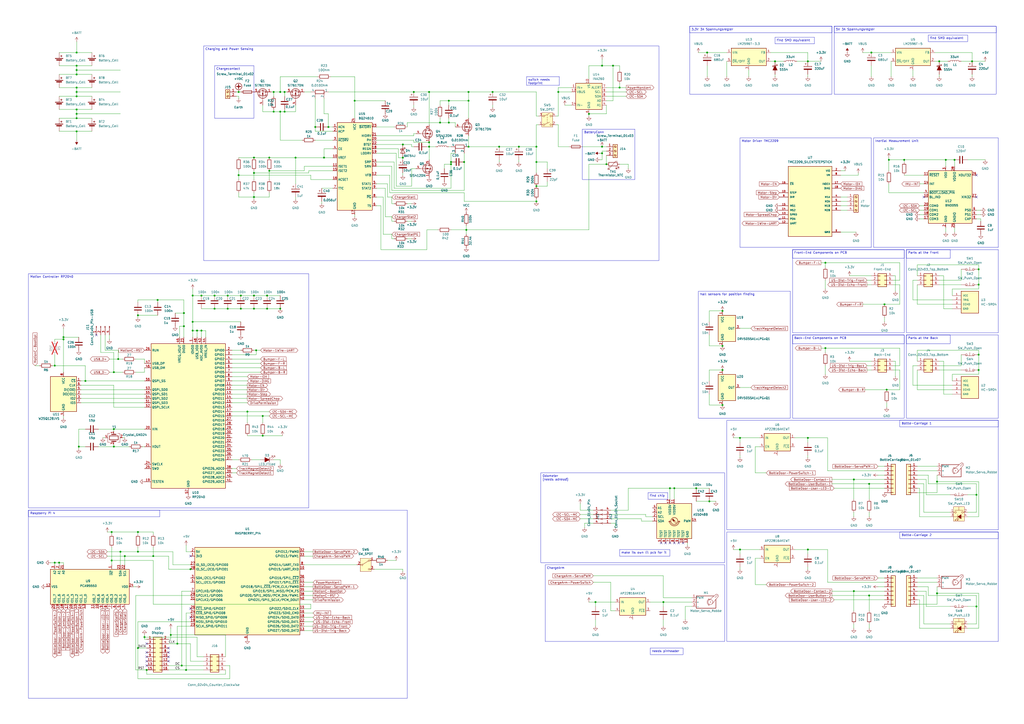
<source format=kicad_sch>
(kicad_sch
	(version 20231120)
	(generator "eeschema")
	(generator_version "8.0")
	(uuid "10e9ed1f-81fe-4a04-a219-cef72219a4ee")
	(paper "A2")
	
	(junction
		(at 429.26 318.77)
		(diameter 0)
		(color 0 0 0 0)
		(uuid "03268f60-248c-430f-9a48-def6cb6c976e")
	)
	(junction
		(at 148.59 203.2)
		(diameter 0)
		(color 0 0 0 0)
		(uuid "04234bed-4ba9-40ef-ac16-7d8ec800186b")
	)
	(junction
		(at 410.21 30.48)
		(diameter 0)
		(color 0 0 0 0)
		(uuid "06870aa4-4c9b-477d-9f05-4ca4de8f6a4d")
	)
	(junction
		(at 147.32 91.44)
		(diameter 0)
		(color 0 0 0 0)
		(uuid "078e93f4-ef9b-4a26-8fc8-7cb6440c9d83")
	)
	(junction
		(at 44.45 50.8)
		(diameter 0)
		(color 0 0 0 0)
		(uuid "083aae67-81c3-4ec2-bf4a-336ec22f72e9")
	)
	(junction
		(at 567.69 156.21)
		(diameter 0)
		(color 0 0 0 0)
		(uuid "0a9bdb1e-9b3a-41f4-835f-eeec191ae320")
	)
	(junction
		(at 138.43 53.34)
		(diameter 0)
		(color 0 0 0 0)
		(uuid "0c36acff-a6fa-4aad-8de9-5a58c137780b")
	)
	(junction
		(at 205.74 58.42)
		(diameter 0)
		(color 0 0 0 0)
		(uuid "0fa84823-55a1-466b-9cc3-bd54f6acb385")
	)
	(junction
		(at 514.35 226.06)
		(diameter 0)
		(color 0 0 0 0)
		(uuid "1164d9f6-d69f-4765-bfe4-5ec41bb5ffc7")
	)
	(junction
		(at 270.51 133.35)
		(diameter 0)
		(color 0 0 0 0)
		(uuid "1591bc0a-595e-4743-a95b-031ef01c08e6")
	)
	(junction
		(at 248.92 53.34)
		(diameter 0)
		(color 0 0 0 0)
		(uuid "1679ec30-b595-4bc8-847c-00c67a55e84a")
	)
	(junction
		(at 411.48 290.83)
		(diameter 0)
		(color 0 0 0 0)
		(uuid "1b8fa2c7-fa8e-4998-809b-20561d475fbb")
	)
	(junction
		(at 36.83 195.58)
		(diameter 0)
		(color 0 0 0 0)
		(uuid "21be0d6d-08dd-4c6b-8dde-b3409b7daccd")
	)
	(junction
		(at 91.44 173.99)
		(diameter 0)
		(color 0 0 0 0)
		(uuid "22a4d2dd-f848-4193-8541-955420f6e17d")
	)
	(junction
		(at 44.45 68.58)
		(diameter 0)
		(color 0 0 0 0)
		(uuid "2421b6f1-9351-4b09-9d81-3293799c07ca")
	)
	(junction
		(at 543.56 279.4)
		(diameter 0)
		(color 0 0 0 0)
		(uuid "25fc08dd-dbcb-4986-8d99-a9d615e74609")
	)
	(junction
		(at 44.45 30.48)
		(diameter 0)
		(color 0 0 0 0)
		(uuid "265fbd34-c236-4afc-b472-ab5f7b1865f2")
	)
	(junction
		(at 64.77 325.12)
		(diameter 0)
		(color 0 0 0 0)
		(uuid "277e0764-7927-4216-849d-6bc3b8e09a44")
	)
	(junction
		(at 139.7 179.07)
		(diameter 0)
		(color 0 0 0 0)
		(uuid "29426718-41a1-4fab-a69c-de55200420f5")
	)
	(junction
		(
... [520392 chars truncated]
</source>
